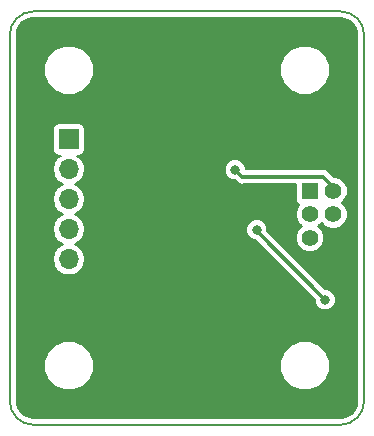
<source format=gbr>
G04 #@! TF.GenerationSoftware,KiCad,Pcbnew,5.0.2-bee76a0~70~ubuntu18.10.1*
G04 #@! TF.CreationDate,2019-01-14T00:12:33+02:00*
G04 #@! TF.ProjectId,GB-BRK-LINK-B,47422d42-524b-42d4-9c49-4e4b2d422e6b,v1.0*
G04 #@! TF.SameCoordinates,Original*
G04 #@! TF.FileFunction,Copper,L2,Bot*
G04 #@! TF.FilePolarity,Positive*
%FSLAX46Y46*%
G04 Gerber Fmt 4.6, Leading zero omitted, Abs format (unit mm)*
G04 Created by KiCad (PCBNEW 5.0.2-bee76a0~70~ubuntu18.10.1) date ma 14. tammikuuta 2019 00.12.33*
%MOMM*%
%LPD*%
G01*
G04 APERTURE LIST*
G04 #@! TA.AperFunction,NonConductor*
%ADD10C,0.150000*%
G04 #@! TD*
G04 #@! TA.AperFunction,ComponentPad*
%ADD11C,1.400000*%
G04 #@! TD*
G04 #@! TA.AperFunction,ComponentPad*
%ADD12R,1.400000X1.400000*%
G04 #@! TD*
G04 #@! TA.AperFunction,ComponentPad*
%ADD13O,2.200000X1.400000*%
G04 #@! TD*
G04 #@! TA.AperFunction,ComponentPad*
%ADD14R,1.700000X1.700000*%
G04 #@! TD*
G04 #@! TA.AperFunction,ComponentPad*
%ADD15O,1.700000X1.700000*%
G04 #@! TD*
G04 #@! TA.AperFunction,ViaPad*
%ADD16C,0.800000*%
G04 #@! TD*
G04 #@! TA.AperFunction,Conductor*
%ADD17C,0.300000*%
G04 #@! TD*
G04 #@! TA.AperFunction,Conductor*
%ADD18C,0.200000*%
G04 #@! TD*
G04 APERTURE END LIST*
D10*
X52000000Y-85000000D02*
G75*
G02X50000000Y-83000000I0J2000000D01*
G01*
X80000000Y-83000000D02*
G75*
G02X78000000Y-85000000I-2000000J0D01*
G01*
X78000000Y-50000000D02*
G75*
G02X80000000Y-52000000I0J-2000000D01*
G01*
X50000000Y-52000000D02*
G75*
G02X52000000Y-50000000I2000000J0D01*
G01*
X52000000Y-85000000D02*
X78000000Y-85000000D01*
X80000000Y-52000000D02*
X80000000Y-83000000D01*
X52000000Y-50000000D02*
X78000000Y-50000000D01*
X50000000Y-52000000D02*
X50000000Y-83000000D01*
D11*
G04 #@! TO.P,J2,6*
G04 #@! TO.N,/GND*
X77400000Y-69200000D03*
G04 #@! TO.P,J2,5*
G04 #@! TO.N,Net-(J1-Pad5)*
X75400000Y-69200000D03*
G04 #@! TO.P,J2,4*
G04 #@! TO.N,Net-(J1-Pad4)*
X77400000Y-67200000D03*
G04 #@! TO.P,J2,3*
G04 #@! TO.N,Net-(J1-Pad3)*
X75400000Y-67200000D03*
G04 #@! TO.P,J2,2*
G04 #@! TO.N,Net-(J1-Pad2)*
X77400000Y-65200000D03*
D12*
G04 #@! TO.P,J2,1*
G04 #@! TO.N,Net-(J1-Pad1)*
X75400000Y-65200000D03*
D13*
G04 #@! TO.P,J2,SH*
G04 #@! TO.N,/GND*
X77000000Y-71700000D03*
X77000000Y-62700000D03*
G04 #@! TD*
D14*
G04 #@! TO.P,J1,1*
G04 #@! TO.N,Net-(J1-Pad1)*
X55000000Y-60850000D03*
D15*
G04 #@! TO.P,J1,2*
G04 #@! TO.N,Net-(J1-Pad2)*
X55000000Y-63390000D03*
G04 #@! TO.P,J1,3*
G04 #@! TO.N,Net-(J1-Pad3)*
X55000000Y-65930000D03*
G04 #@! TO.P,J1,4*
G04 #@! TO.N,Net-(J1-Pad4)*
X55000000Y-68470000D03*
G04 #@! TO.P,J1,5*
G04 #@! TO.N,Net-(J1-Pad5)*
X55000000Y-71010000D03*
G04 #@! TO.P,J1,6*
G04 #@! TO.N,/GND*
X55000000Y-73550000D03*
G04 #@! TD*
D16*
G04 #@! TO.N,Net-(J1-Pad2)*
X69100000Y-63400000D03*
G04 #@! TO.N,Net-(J1-Pad4)*
X76700000Y-74400000D03*
X70900000Y-68500000D03*
G04 #@! TD*
D17*
G04 #@! TO.N,Net-(J1-Pad2)*
X69699999Y-63999999D02*
X69100000Y-63400000D01*
X76499999Y-63999999D02*
X69699999Y-63999999D01*
X77400000Y-65200000D02*
X77400000Y-64900000D01*
X77400000Y-64900000D02*
X76499999Y-63999999D01*
G04 #@! TO.N,Net-(J1-Pad4)*
X76700000Y-74400000D02*
X70900000Y-68600000D01*
X70900000Y-68600000D02*
X70900000Y-68500000D01*
G04 #@! TD*
D18*
G04 #@! TO.N,/GND*
G36*
X78398303Y-50637908D02*
X78764590Y-50804449D01*
X79069406Y-51067096D01*
X79288257Y-51404742D01*
X79409242Y-51809287D01*
X79425000Y-52021337D01*
X79425001Y-82959027D01*
X79362092Y-83398304D01*
X79195551Y-83764591D01*
X78932906Y-84069404D01*
X78595257Y-84288258D01*
X78190713Y-84409242D01*
X77978663Y-84425000D01*
X52040966Y-84425000D01*
X51601696Y-84362092D01*
X51235409Y-84195551D01*
X50930596Y-83932906D01*
X50711742Y-83595257D01*
X50590758Y-83190713D01*
X50575000Y-82978663D01*
X50575000Y-79582284D01*
X52900000Y-79582284D01*
X52900000Y-80417716D01*
X53219706Y-81189554D01*
X53810446Y-81780294D01*
X54582284Y-82100000D01*
X55417716Y-82100000D01*
X56189554Y-81780294D01*
X56780294Y-81189554D01*
X57100000Y-80417716D01*
X57100000Y-79582284D01*
X72900000Y-79582284D01*
X72900000Y-80417716D01*
X73219706Y-81189554D01*
X73810446Y-81780294D01*
X74582284Y-82100000D01*
X75417716Y-82100000D01*
X76189554Y-81780294D01*
X76780294Y-81189554D01*
X77100000Y-80417716D01*
X77100000Y-79582284D01*
X76780294Y-78810446D01*
X76189554Y-78219706D01*
X75417716Y-77900000D01*
X74582284Y-77900000D01*
X73810446Y-78219706D01*
X73219706Y-78810446D01*
X72900000Y-79582284D01*
X57100000Y-79582284D01*
X56780294Y-78810446D01*
X56189554Y-78219706D01*
X55417716Y-77900000D01*
X54582284Y-77900000D01*
X53810446Y-78219706D01*
X53219706Y-78810446D01*
X52900000Y-79582284D01*
X50575000Y-79582284D01*
X50575000Y-63390000D01*
X53623552Y-63390000D01*
X53728328Y-63916744D01*
X54026704Y-64363296D01*
X54470754Y-64660000D01*
X54026704Y-64956704D01*
X53728328Y-65403256D01*
X53623552Y-65930000D01*
X53728328Y-66456744D01*
X54026704Y-66903296D01*
X54470754Y-67200000D01*
X54026704Y-67496704D01*
X53728328Y-67943256D01*
X53623552Y-68470000D01*
X53728328Y-68996744D01*
X54026704Y-69443296D01*
X54470754Y-69740000D01*
X54026704Y-70036704D01*
X53728328Y-70483256D01*
X53623552Y-71010000D01*
X53728328Y-71536744D01*
X54026704Y-71983296D01*
X54473256Y-72281672D01*
X54867037Y-72360000D01*
X55132963Y-72360000D01*
X55526744Y-72281672D01*
X55973296Y-71983296D01*
X56271672Y-71536744D01*
X56376448Y-71010000D01*
X56271672Y-70483256D01*
X55973296Y-70036704D01*
X55529246Y-69740000D01*
X55973296Y-69443296D01*
X56271672Y-68996744D01*
X56376448Y-68470000D01*
X56346806Y-68320979D01*
X70000000Y-68320979D01*
X70000000Y-68679021D01*
X70137017Y-69009809D01*
X70390191Y-69262983D01*
X70720979Y-69400000D01*
X70780763Y-69400000D01*
X75800000Y-74419239D01*
X75800000Y-74579021D01*
X75937017Y-74909809D01*
X76190191Y-75162983D01*
X76520979Y-75300000D01*
X76879021Y-75300000D01*
X77209809Y-75162983D01*
X77462983Y-74909809D01*
X77600000Y-74579021D01*
X77600000Y-74220979D01*
X77462983Y-73890191D01*
X77209809Y-73637017D01*
X76879021Y-73500000D01*
X76719239Y-73500000D01*
X71800000Y-68580763D01*
X71800000Y-68320979D01*
X71662983Y-67990191D01*
X71409809Y-67737017D01*
X71079021Y-67600000D01*
X70720979Y-67600000D01*
X70390191Y-67737017D01*
X70137017Y-67990191D01*
X70000000Y-68320979D01*
X56346806Y-68320979D01*
X56271672Y-67943256D01*
X55973296Y-67496704D01*
X55529246Y-67200000D01*
X55973296Y-66903296D01*
X56271672Y-66456744D01*
X56376448Y-65930000D01*
X56271672Y-65403256D01*
X55973296Y-64956704D01*
X55529246Y-64660000D01*
X55973296Y-64363296D01*
X56271672Y-63916744D01*
X56376448Y-63390000D01*
X56342828Y-63220979D01*
X68200000Y-63220979D01*
X68200000Y-63579021D01*
X68337017Y-63909809D01*
X68590191Y-64162983D01*
X68920979Y-64300000D01*
X69080762Y-64300000D01*
X69195111Y-64414350D01*
X69231375Y-64468623D01*
X69285647Y-64504886D01*
X69446381Y-64612285D01*
X69699999Y-64662733D01*
X69764017Y-64649999D01*
X74190205Y-64649999D01*
X74190205Y-65900000D01*
X74229011Y-66095090D01*
X74339520Y-66260480D01*
X74504910Y-66370989D01*
X74527468Y-66375476D01*
X74382689Y-66520255D01*
X74200000Y-66961305D01*
X74200000Y-67438695D01*
X74382689Y-67879745D01*
X74702944Y-68200000D01*
X74382689Y-68520255D01*
X74200000Y-68961305D01*
X74200000Y-69438695D01*
X74382689Y-69879745D01*
X74720255Y-70217311D01*
X75161305Y-70400000D01*
X75638695Y-70400000D01*
X76079745Y-70217311D01*
X76417311Y-69879745D01*
X76600000Y-69438695D01*
X76600000Y-68961305D01*
X76417311Y-68520255D01*
X76097056Y-68200000D01*
X76400000Y-67897056D01*
X76720255Y-68217311D01*
X77161305Y-68400000D01*
X77638695Y-68400000D01*
X78079745Y-68217311D01*
X78417311Y-67879745D01*
X78600000Y-67438695D01*
X78600000Y-66961305D01*
X78417311Y-66520255D01*
X78097056Y-66200000D01*
X78417311Y-65879745D01*
X78600000Y-65438695D01*
X78600000Y-64961305D01*
X78417311Y-64520255D01*
X78079745Y-64182689D01*
X77638695Y-64000000D01*
X77419238Y-64000000D01*
X77004890Y-63585653D01*
X76968623Y-63531375D01*
X76753616Y-63387713D01*
X76564017Y-63349999D01*
X76564015Y-63349999D01*
X76499999Y-63337265D01*
X76435983Y-63349999D01*
X70000000Y-63349999D01*
X70000000Y-63220979D01*
X69862983Y-62890191D01*
X69609809Y-62637017D01*
X69279021Y-62500000D01*
X68920979Y-62500000D01*
X68590191Y-62637017D01*
X68337017Y-62890191D01*
X68200000Y-63220979D01*
X56342828Y-63220979D01*
X56271672Y-62863256D01*
X55973296Y-62416704D01*
X55663634Y-62209795D01*
X55850000Y-62209795D01*
X56045090Y-62170989D01*
X56210480Y-62060480D01*
X56320989Y-61895090D01*
X56359795Y-61700000D01*
X56359795Y-60000000D01*
X56320989Y-59804910D01*
X56210480Y-59639520D01*
X56045090Y-59529011D01*
X55850000Y-59490205D01*
X54150000Y-59490205D01*
X53954910Y-59529011D01*
X53789520Y-59639520D01*
X53679011Y-59804910D01*
X53640205Y-60000000D01*
X53640205Y-61700000D01*
X53679011Y-61895090D01*
X53789520Y-62060480D01*
X53954910Y-62170989D01*
X54150000Y-62209795D01*
X54336366Y-62209795D01*
X54026704Y-62416704D01*
X53728328Y-62863256D01*
X53623552Y-63390000D01*
X50575000Y-63390000D01*
X50575000Y-54582284D01*
X52900000Y-54582284D01*
X52900000Y-55417716D01*
X53219706Y-56189554D01*
X53810446Y-56780294D01*
X54582284Y-57100000D01*
X55417716Y-57100000D01*
X56189554Y-56780294D01*
X56780294Y-56189554D01*
X57100000Y-55417716D01*
X57100000Y-54582284D01*
X72900000Y-54582284D01*
X72900000Y-55417716D01*
X73219706Y-56189554D01*
X73810446Y-56780294D01*
X74582284Y-57100000D01*
X75417716Y-57100000D01*
X76189554Y-56780294D01*
X76780294Y-56189554D01*
X77100000Y-55417716D01*
X77100000Y-54582284D01*
X76780294Y-53810446D01*
X76189554Y-53219706D01*
X75417716Y-52900000D01*
X74582284Y-52900000D01*
X73810446Y-53219706D01*
X73219706Y-53810446D01*
X72900000Y-54582284D01*
X57100000Y-54582284D01*
X56780294Y-53810446D01*
X56189554Y-53219706D01*
X55417716Y-52900000D01*
X54582284Y-52900000D01*
X53810446Y-53219706D01*
X53219706Y-53810446D01*
X52900000Y-54582284D01*
X50575000Y-54582284D01*
X50575000Y-52040966D01*
X50637908Y-51601697D01*
X50804449Y-51235410D01*
X51067096Y-50930594D01*
X51404742Y-50711743D01*
X51809287Y-50590758D01*
X52021337Y-50575000D01*
X77959034Y-50575000D01*
X78398303Y-50637908D01*
X78398303Y-50637908D01*
G37*
X78398303Y-50637908D02*
X78764590Y-50804449D01*
X79069406Y-51067096D01*
X79288257Y-51404742D01*
X79409242Y-51809287D01*
X79425000Y-52021337D01*
X79425001Y-82959027D01*
X79362092Y-83398304D01*
X79195551Y-83764591D01*
X78932906Y-84069404D01*
X78595257Y-84288258D01*
X78190713Y-84409242D01*
X77978663Y-84425000D01*
X52040966Y-84425000D01*
X51601696Y-84362092D01*
X51235409Y-84195551D01*
X50930596Y-83932906D01*
X50711742Y-83595257D01*
X50590758Y-83190713D01*
X50575000Y-82978663D01*
X50575000Y-79582284D01*
X52900000Y-79582284D01*
X52900000Y-80417716D01*
X53219706Y-81189554D01*
X53810446Y-81780294D01*
X54582284Y-82100000D01*
X55417716Y-82100000D01*
X56189554Y-81780294D01*
X56780294Y-81189554D01*
X57100000Y-80417716D01*
X57100000Y-79582284D01*
X72900000Y-79582284D01*
X72900000Y-80417716D01*
X73219706Y-81189554D01*
X73810446Y-81780294D01*
X74582284Y-82100000D01*
X75417716Y-82100000D01*
X76189554Y-81780294D01*
X76780294Y-81189554D01*
X77100000Y-80417716D01*
X77100000Y-79582284D01*
X76780294Y-78810446D01*
X76189554Y-78219706D01*
X75417716Y-77900000D01*
X74582284Y-77900000D01*
X73810446Y-78219706D01*
X73219706Y-78810446D01*
X72900000Y-79582284D01*
X57100000Y-79582284D01*
X56780294Y-78810446D01*
X56189554Y-78219706D01*
X55417716Y-77900000D01*
X54582284Y-77900000D01*
X53810446Y-78219706D01*
X53219706Y-78810446D01*
X52900000Y-79582284D01*
X50575000Y-79582284D01*
X50575000Y-63390000D01*
X53623552Y-63390000D01*
X53728328Y-63916744D01*
X54026704Y-64363296D01*
X54470754Y-64660000D01*
X54026704Y-64956704D01*
X53728328Y-65403256D01*
X53623552Y-65930000D01*
X53728328Y-66456744D01*
X54026704Y-66903296D01*
X54470754Y-67200000D01*
X54026704Y-67496704D01*
X53728328Y-67943256D01*
X53623552Y-68470000D01*
X53728328Y-68996744D01*
X54026704Y-69443296D01*
X54470754Y-69740000D01*
X54026704Y-70036704D01*
X53728328Y-70483256D01*
X53623552Y-71010000D01*
X53728328Y-71536744D01*
X54026704Y-71983296D01*
X54473256Y-72281672D01*
X54867037Y-72360000D01*
X55132963Y-72360000D01*
X55526744Y-72281672D01*
X55973296Y-71983296D01*
X56271672Y-71536744D01*
X56376448Y-71010000D01*
X56271672Y-70483256D01*
X55973296Y-70036704D01*
X55529246Y-69740000D01*
X55973296Y-69443296D01*
X56271672Y-68996744D01*
X56376448Y-68470000D01*
X56346806Y-68320979D01*
X70000000Y-68320979D01*
X70000000Y-68679021D01*
X70137017Y-69009809D01*
X70390191Y-69262983D01*
X70720979Y-69400000D01*
X70780763Y-69400000D01*
X75800000Y-74419239D01*
X75800000Y-74579021D01*
X75937017Y-74909809D01*
X76190191Y-75162983D01*
X76520979Y-75300000D01*
X76879021Y-75300000D01*
X77209809Y-75162983D01*
X77462983Y-74909809D01*
X77600000Y-74579021D01*
X77600000Y-74220979D01*
X77462983Y-73890191D01*
X77209809Y-73637017D01*
X76879021Y-73500000D01*
X76719239Y-73500000D01*
X71800000Y-68580763D01*
X71800000Y-68320979D01*
X71662983Y-67990191D01*
X71409809Y-67737017D01*
X71079021Y-67600000D01*
X70720979Y-67600000D01*
X70390191Y-67737017D01*
X70137017Y-67990191D01*
X70000000Y-68320979D01*
X56346806Y-68320979D01*
X56271672Y-67943256D01*
X55973296Y-67496704D01*
X55529246Y-67200000D01*
X55973296Y-66903296D01*
X56271672Y-66456744D01*
X56376448Y-65930000D01*
X56271672Y-65403256D01*
X55973296Y-64956704D01*
X55529246Y-64660000D01*
X55973296Y-64363296D01*
X56271672Y-63916744D01*
X56376448Y-63390000D01*
X56342828Y-63220979D01*
X68200000Y-63220979D01*
X68200000Y-63579021D01*
X68337017Y-63909809D01*
X68590191Y-64162983D01*
X68920979Y-64300000D01*
X69080762Y-64300000D01*
X69195111Y-64414350D01*
X69231375Y-64468623D01*
X69285647Y-64504886D01*
X69446381Y-64612285D01*
X69699999Y-64662733D01*
X69764017Y-64649999D01*
X74190205Y-64649999D01*
X74190205Y-65900000D01*
X74229011Y-66095090D01*
X74339520Y-66260480D01*
X74504910Y-66370989D01*
X74527468Y-66375476D01*
X74382689Y-66520255D01*
X74200000Y-66961305D01*
X74200000Y-67438695D01*
X74382689Y-67879745D01*
X74702944Y-68200000D01*
X74382689Y-68520255D01*
X74200000Y-68961305D01*
X74200000Y-69438695D01*
X74382689Y-69879745D01*
X74720255Y-70217311D01*
X75161305Y-70400000D01*
X75638695Y-70400000D01*
X76079745Y-70217311D01*
X76417311Y-69879745D01*
X76600000Y-69438695D01*
X76600000Y-68961305D01*
X76417311Y-68520255D01*
X76097056Y-68200000D01*
X76400000Y-67897056D01*
X76720255Y-68217311D01*
X77161305Y-68400000D01*
X77638695Y-68400000D01*
X78079745Y-68217311D01*
X78417311Y-67879745D01*
X78600000Y-67438695D01*
X78600000Y-66961305D01*
X78417311Y-66520255D01*
X78097056Y-66200000D01*
X78417311Y-65879745D01*
X78600000Y-65438695D01*
X78600000Y-64961305D01*
X78417311Y-64520255D01*
X78079745Y-64182689D01*
X77638695Y-64000000D01*
X77419238Y-64000000D01*
X77004890Y-63585653D01*
X76968623Y-63531375D01*
X76753616Y-63387713D01*
X76564017Y-63349999D01*
X76564015Y-63349999D01*
X76499999Y-63337265D01*
X76435983Y-63349999D01*
X70000000Y-63349999D01*
X70000000Y-63220979D01*
X69862983Y-62890191D01*
X69609809Y-62637017D01*
X69279021Y-62500000D01*
X68920979Y-62500000D01*
X68590191Y-62637017D01*
X68337017Y-62890191D01*
X68200000Y-63220979D01*
X56342828Y-63220979D01*
X56271672Y-62863256D01*
X55973296Y-62416704D01*
X55663634Y-62209795D01*
X55850000Y-62209795D01*
X56045090Y-62170989D01*
X56210480Y-62060480D01*
X56320989Y-61895090D01*
X56359795Y-61700000D01*
X56359795Y-60000000D01*
X56320989Y-59804910D01*
X56210480Y-59639520D01*
X56045090Y-59529011D01*
X55850000Y-59490205D01*
X54150000Y-59490205D01*
X53954910Y-59529011D01*
X53789520Y-59639520D01*
X53679011Y-59804910D01*
X53640205Y-60000000D01*
X53640205Y-61700000D01*
X53679011Y-61895090D01*
X53789520Y-62060480D01*
X53954910Y-62170989D01*
X54150000Y-62209795D01*
X54336366Y-62209795D01*
X54026704Y-62416704D01*
X53728328Y-62863256D01*
X53623552Y-63390000D01*
X50575000Y-63390000D01*
X50575000Y-54582284D01*
X52900000Y-54582284D01*
X52900000Y-55417716D01*
X53219706Y-56189554D01*
X53810446Y-56780294D01*
X54582284Y-57100000D01*
X55417716Y-57100000D01*
X56189554Y-56780294D01*
X56780294Y-56189554D01*
X57100000Y-55417716D01*
X57100000Y-54582284D01*
X72900000Y-54582284D01*
X72900000Y-55417716D01*
X73219706Y-56189554D01*
X73810446Y-56780294D01*
X74582284Y-57100000D01*
X75417716Y-57100000D01*
X76189554Y-56780294D01*
X76780294Y-56189554D01*
X77100000Y-55417716D01*
X77100000Y-54582284D01*
X76780294Y-53810446D01*
X76189554Y-53219706D01*
X75417716Y-52900000D01*
X74582284Y-52900000D01*
X73810446Y-53219706D01*
X73219706Y-53810446D01*
X72900000Y-54582284D01*
X57100000Y-54582284D01*
X56780294Y-53810446D01*
X56189554Y-53219706D01*
X55417716Y-52900000D01*
X54582284Y-52900000D01*
X53810446Y-53219706D01*
X53219706Y-53810446D01*
X52900000Y-54582284D01*
X50575000Y-54582284D01*
X50575000Y-52040966D01*
X50637908Y-51601697D01*
X50804449Y-51235410D01*
X51067096Y-50930594D01*
X51404742Y-50711743D01*
X51809287Y-50590758D01*
X52021337Y-50575000D01*
X77959034Y-50575000D01*
X78398303Y-50637908D01*
G04 #@! TD*
M02*

</source>
